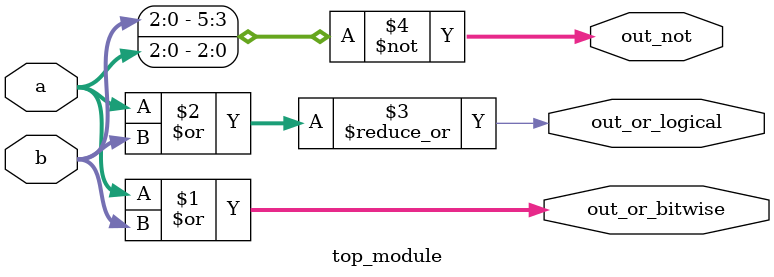
<source format=sv>
module top_module(
    input [2:0] a,
    input [2:0] b,
    output [2:0] out_or_bitwise,
    output out_or_logical,
    output [5:0] out_not
);
	// Bitwise OR operation
	assign out_or_bitwise = a | b;

	// Logical OR operation
	assign out_or_logical = |(a | b);

	// Bitwise NOT operation
	assign out_not = ~{b, a};

endmodule

</source>
